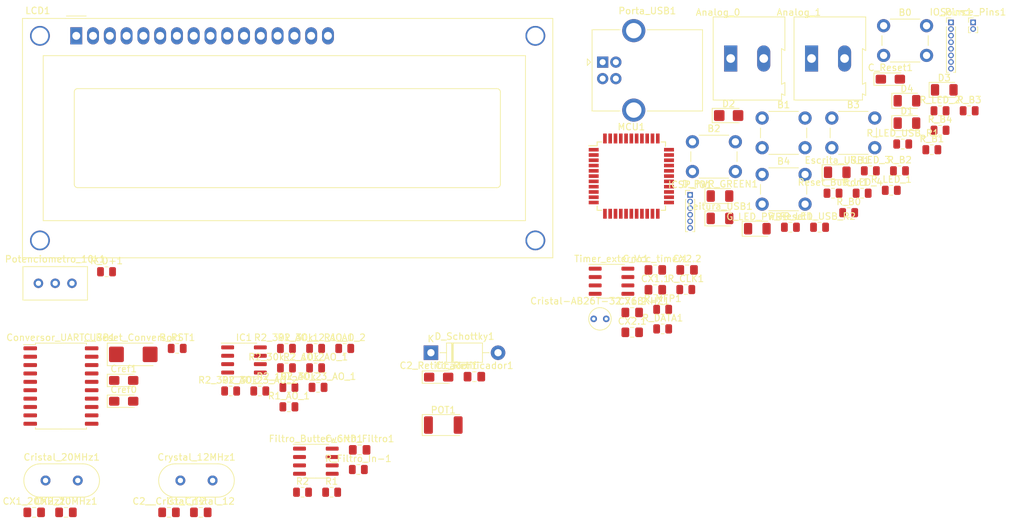
<source format=kicad_pcb>
(kicad_pcb (version 20171130) (host pcbnew "(5.1.9)-1")
  (layers (0 F.Cu signal) (31 B.Cu signal) (34 B.Paste user) (35 F.Paste user) (36 B.SilkS user) (37 F.SilkS user) (38 B.Mask user) (39 F.Mask user) (44 Edge.Cuts user))
  (net 0 "")
  (net 1 /LM358/V-_1)
  (net 2 /LM358/V+_1)
  (net 3 /LM358/V+_2)
  (net 4 /LM358/V-_2)
  (net 5 GNDREF)
  (net 6 /Analog_KB)
  (net 7 "Net-(B1-Pad1)")
  (net 8 "Net-(B2-Pad1)")
  (net 9 "Net-(B3-Pad1)")
  (net 10 "Net-(B4-Pad1)")
  (net 11 /Conversor_UART_USB/sheet60BE6300/X1)
  (net 12 "Net-(C1_Retificador1-Pad1)")
  (net 13 /Conversor_UART_USB/sheet60BE6300/X2)
  (net 14 Vcc_5v)
  (net 15 "Net-(C_GND_Filtro1-Pad1)")
  (net 16 /MCLR)
  (net 17 "Net-(C_Reset_Conversor1-Pad1)")
  (net 18 /USB_T_Led)
  (net 19 /USB_R_Led)
  (net 20 "Net-(Conversor_UART_USB1-Pad7)")
  (net 21 "Net-(Conversor_UART_USB1-Pad8)")
  (net 22 "Net-(Conversor_UART_USB1-Pad9)")
  (net 23 /PIC_Rx)
  (net 24 /RTS_Conversor)
  (net 25 /PIC_Tx)
  (net 26 /CTS_Conversor)
  (net 27 "Net-(Conversor_UART_USB1-Pad14)")
  (net 28 "Net-(Conversor_UART_USB1-Pad15)")
  (net 29 "Net-(Conversor_UART_USB1-Pad16)")
  (net 30 "Net-(Conversor_UART_USB1-Pad17)")
  (net 31 /USB_D-)
  (net 32 /USB_D+)
  (net 33 "Net-(CX1.1-Pad1)")
  (net 34 "Net-(CX2.1-Pad2)")
  (net 35 /X1_20MHx)
  (net 36 /X2_20MHz)
  (net 37 "Net-(D1-Pad2)")
  (net 38 "Net-(D2-Pad2)")
  (net 39 "Net-(D3-Pad2)")
  (net 40 "Net-(D4-Pad2)")
  (net 41 "Net-(D_PWR_GREEN1-Pad2)")
  (net 42 VCC)
  (net 43 "Net-(Escrita_USB1-Pad2)")
  (net 44 "Net-(Filtro_Butterworth1-Pad7)")
  (net 45 "Net-(Filtro_Butterworth1-Pad6)")
  (net 46 "Net-(Filtro_Butterworth1-Pad5)")
  (net 47 "Net-(Filtro_Butterworth1-Pad2)")
  (net 48 /PWM_Out)
  (net 49 /Analog_0)
  (net 50 "Net-(Ganho_AO_1-Pad5)")
  (net 51 "Net-(Ganho_AO_2-Pad5)")
  (net 52 /Analog_1)
  (net 53 /ICSP_RST)
  (net 54 /ICSP_Data)
  (net 55 /ICSP_Clk)
  (net 56 /ICSP_Enable)
  (net 57 /IO_00)
  (net 58 /IO_01)
  (net 59 /IO_02)
  (net 60 /IO_03)
  (net 61 /IO_04)
  (net 62 /IO_05)
  (net 63 /IO_06)
  (net 64 /IO_07)
  (net 65 "Net-(LCD1-Pad3)")
  (net 66 /LCD_RS)
  (net 67 /LCD_RW)
  (net 68 /LCD_ENABLE)
  (net 69 /LCD_B0)
  (net 70 /LCD_B1)
  (net 71 /LCD_B2)
  (net 72 /LCD_B3)
  (net 73 /LCD_B4)
  (net 74 /LCD_B5)
  (net 75 /LCD_B6)
  (net 76 /LCD_B7)
  (net 77 "Net-(LCD1-Pad15)")
  (net 78 "Net-(Leitura_USB1-Pad2)")
  (net 79 /Serial_Data)
  (net 80 /Serial_Clk)
  (net 81 /Interrupt_timer)
  (net 82 /Analog_2)
  (net 83 "Net-(MCU1-Pad34)")
  (net 84 /PWM)
  (net 85 VUSB_3.3v)
  (net 86 /Vbus_Externo)
  (net 87 "Net-(Porta_USB1-Pad5)")
  (net 88 "Net-(POT1-Pad1)")
  (net 89 "Net-(Ganho_AO_1-Pad2)")
  (net 90 "Net-(Ganho_AO_2-Pad2)")
  (net 91 "Net-(R2_30k_2_AO_1-Pad2)")
  (net 92 "Net-(Ganho_AO_1-Pad3)")
  (net 93 "Net-(R2_30k_2_AO_2-Pad2)")
  (net 94 "Net-(Ganho_AO_2-Pad3)")
  (net 95 "Net-(Ganho_AO_1-Pad4)")
  (net 96 "Net-(Ganho_AO_2-Pad4)")
  (net 97 /IO_00_LED_1)
  (net 98 /IO_01_LED_2)
  (net 99 /IO_02_LED_3)
  (net 100 /IO_03_LED_4)
  (module TerminalBlock:TerminalBlock_Altech_AK300-2_P5.00mm (layer F.Cu) (at 226.725001 -317.354999)
    (fp_text reference Analog_0 (at -1.92 -6.99) (layer F.SilkS))
    (fp_text value Screw_Terminal_01x02)
    (pad 1 thru_hole rect (at 0 0) (size 1.98 3.96) (drill 1.32) (layers *.Cu *.Mask) (net 1 /LM358/V-_1))
    (pad 2 thru_hole oval (at 5 0) (size 1.98 3.96) (drill 1.32) (layers *.Cu *.Mask) (net 2 /LM358/V+_1))
  )
  (module TerminalBlock:TerminalBlock_Altech_AK300-2_P5.00mm (layer F.Cu) (at 238.965001 -317.354999)
    (fp_text reference Analog_1 (at -1.92 -6.99) (layer F.SilkS))
    (fp_text value Screw_Terminal_01x02)
    (pad 2 thru_hole oval (at 5 0) (size 1.98 3.96) (drill 1.32) (layers *.Cu *.Mask) (net 3 /LM358/V+_2))
    (pad 1 thru_hole rect (at 0 0) (size 1.98 3.96) (drill 1.32) (layers *.Cu *.Mask) (net 4 /LM358/V-_2))
  )
  (module Button_Switch_THT:SW_PUSH_6mm (layer F.Cu) (at 249.875001 -322.324999)
    (fp_text reference B0 (at 3.25 -2) (layer F.SilkS))
    (fp_text value SW_Push)
    (pad 2 thru_hole circle (at 0 4.5 90) (size 2 2) (drill 1.1) (layers *.Cu *.Mask) (net 5 GNDREF))
    (pad 1 thru_hole circle (at 0 0 90) (size 2 2) (drill 1.1) (layers *.Cu *.Mask) (net 6 /Analog_KB))
    (pad 2 thru_hole circle (at 6.5 4.5 90) (size 2 2) (drill 1.1) (layers *.Cu *.Mask) (net 5 GNDREF))
    (pad 1 thru_hole circle (at 6.5 0 90) (size 2 2) (drill 1.1) (layers *.Cu *.Mask) (net 6 /Analog_KB))
  )
  (module Button_Switch_THT:SW_PUSH_6mm (layer F.Cu) (at 231.485001 -308.334999)
    (fp_text reference B1 (at 3.25 -2) (layer F.SilkS))
    (fp_text value SW_Push)
    (pad 1 thru_hole circle (at 6.5 0 90) (size 2 2) (drill 1.1) (layers *.Cu *.Mask) (net 7 "Net-(B1-Pad1)"))
    (pad 2 thru_hole circle (at 6.5 4.5 90) (size 2 2) (drill 1.1) (layers *.Cu *.Mask) (net 5 GNDREF))
    (pad 1 thru_hole circle (at 0 0 90) (size 2 2) (drill 1.1) (layers *.Cu *.Mask) (net 7 "Net-(B1-Pad1)"))
    (pad 2 thru_hole circle (at 0 4.5 90) (size 2 2) (drill 1.1) (layers *.Cu *.Mask) (net 5 GNDREF))
  )
  (module Button_Switch_THT:SW_PUSH_6mm (layer F.Cu) (at 220.935001 -304.734999)
    (fp_text reference B2 (at 3.25 -2) (layer F.SilkS))
    (fp_text value SW_Push)
    (pad 2 thru_hole circle (at 0 4.5 90) (size 2 2) (drill 1.1) (layers *.Cu *.Mask) (net 5 GNDREF))
    (pad 1 thru_hole circle (at 0 0 90) (size 2 2) (drill 1.1) (layers *.Cu *.Mask) (net 8 "Net-(B2-Pad1)"))
    (pad 2 thru_hole circle (at 6.5 4.5 90) (size 2 2) (drill 1.1) (layers *.Cu *.Mask) (net 5 GNDREF))
    (pad 1 thru_hole circle (at 6.5 0 90) (size 2 2) (drill 1.1) (layers *.Cu *.Mask) (net 8 "Net-(B2-Pad1)"))
  )
  (module Button_Switch_THT:SW_PUSH_6mm (layer F.Cu) (at 242.035001 -308.334999)
    (fp_text reference B3 (at 3.25 -2) (layer F.SilkS))
    (fp_text value SW_Push)
    (pad 1 thru_hole circle (at 6.5 0 90) (size 2 2) (drill 1.1) (layers *.Cu *.Mask) (net 9 "Net-(B3-Pad1)"))
    (pad 2 thru_hole circle (at 6.5 4.5 90) (size 2 2) (drill 1.1) (layers *.Cu *.Mask) (net 5 GNDREF))
    (pad 1 thru_hole circle (at 0 0 90) (size 2 2) (drill 1.1) (layers *.Cu *.Mask) (net 9 "Net-(B3-Pad1)"))
    (pad 2 thru_hole circle (at 0 4.5 90) (size 2 2) (drill 1.1) (layers *.Cu *.Mask) (net 5 GNDREF))
  )
  (module Button_Switch_THT:SW_PUSH_6mm (layer F.Cu) (at 231.485001 -299.784999)
    (fp_text reference B4 (at 3.25 -2) (layer F.SilkS))
    (fp_text value SW_Push)
    (pad 2 thru_hole circle (at 0 4.5 90) (size 2 2) (drill 1.1) (layers *.Cu *.Mask) (net 5 GNDREF))
    (pad 1 thru_hole circle (at 0 0 90) (size 2 2) (drill 1.1) (layers *.Cu *.Mask) (net 10 "Net-(B4-Pad1)"))
    (pad 2 thru_hole circle (at 6.5 4.5 90) (size 2 2) (drill 1.1) (layers *.Cu *.Mask) (net 5 GNDREF))
    (pad 1 thru_hole circle (at 6.5 0 90) (size 2 2) (drill 1.1) (layers *.Cu *.Mask) (net 10 "Net-(B4-Pad1)"))
  )
  (module Capacitor_SMD:C_0805_2012Metric_Pad1.18x1.45mm_HandSolder (layer F.Cu) (at 146.505001 -248.584999)
    (fp_text reference C1_Cristal_12 (at 0 -1.68) (layer F.SilkS))
    (fp_text value 22pF)
    (pad 2 smd roundrect (at 1.0375 0) (size 1.175 1.45) (layers F.Cu F.Paste F.Mask) (roundrect_rratio 0.212766) (net 5 GNDREF))
    (pad 1 smd roundrect (at -1.0375 0) (size 1.175 1.45) (layers F.Cu F.Paste F.Mask) (roundrect_rratio 0.212766) (net 11 /Conversor_UART_USB/sheet60BE6300/X1))
  )
  (module Capacitor_SMD:C_0805_2012Metric_Pad1.18x1.45mm_HandSolder (layer F.Cu) (at 187.925001 -269.144999)
    (fp_text reference C1_Retificador1 (at 0 -1.68) (layer F.SilkS))
    (fp_text value 100n)
    (pad 1 smd roundrect (at -1.0375 0) (size 1.175 1.45) (layers F.Cu F.Paste F.Mask) (roundrect_rratio 0.212766) (net 12 "Net-(C1_Retificador1-Pad1)"))
    (pad 2 smd roundrect (at 1.0375 0) (size 1.175 1.45) (layers F.Cu F.Paste F.Mask) (roundrect_rratio 0.212766) (net 5 GNDREF))
  )
  (module Capacitor_SMD:C_0805_2012Metric_Pad1.18x1.45mm_HandSolder (layer F.Cu) (at 141.695001 -248.584999)
    (fp_text reference C2__Cristal_12 (at 0 -1.68) (layer F.SilkS))
    (fp_text value 22pF)
    (pad 1 smd roundrect (at -1.0375 0) (size 1.175 1.45) (layers F.Cu F.Paste F.Mask) (roundrect_rratio 0.212766) (net 13 /Conversor_UART_USB/sheet60BE6300/X2))
    (pad 2 smd roundrect (at 1.0375 0) (size 1.175 1.45) (layers F.Cu F.Paste F.Mask) (roundrect_rratio 0.212766) (net 5 GNDREF))
  )
  (module Capacitor_Tantalum_SMD:CP_EIA-3216-18_Kemet-A_Pad1.58x1.35mm_HandSolder (layer F.Cu) (at 182.515001 -269.074999)
    (fp_text reference C2_Retificador1 (at 0 -1.75) (layer F.SilkS))
    (fp_text value 10u)
    (pad 1 smd roundrect (at -1.4375 0) (size 1.575 1.35) (layers F.Cu F.Paste F.Mask) (roundrect_rratio 0.185185) (net 14 Vcc_5v))
    (pad 2 smd roundrect (at 1.4375 0) (size 1.575 1.35) (layers F.Cu F.Paste F.Mask) (roundrect_rratio 0.185185) (net 5 GNDREF))
  )
  (module Capacitor_SMD:C_0805_2012Metric_Pad1.18x1.45mm_HandSolder (layer F.Cu) (at 170.555001 -258.054999)
    (fp_text reference C_GND_Filtro1 (at 0 -1.68) (layer F.SilkS))
    (fp_text value 10nF)
    (pad 1 smd roundrect (at -1.0375 0) (size 1.175 1.45) (layers F.Cu F.Paste F.Mask) (roundrect_rratio 0.212766) (net 15 "Net-(C_GND_Filtro1-Pad1)"))
    (pad 2 smd roundrect (at 1.0375 0) (size 1.175 1.45) (layers F.Cu F.Paste F.Mask) (roundrect_rratio 0.212766) (net 5 GNDREF))
  )
  (module Capacitor_Tantalum_SMD:CP_EIA-3216-18_Kemet-A_Pad1.58x1.35mm_HandSolder (layer F.Cu) (at 250.895001 -314.224999)
    (fp_text reference C_Reset1 (at 0 -1.75) (layer F.SilkS))
    (fp_text value 10uF)
    (pad 2 smd roundrect (at 1.4375 0) (size 1.575 1.35) (layers F.Cu F.Paste F.Mask) (roundrect_rratio 0.185185) (net 5 GNDREF))
    (pad 1 smd roundrect (at -1.4375 0) (size 1.575 1.35) (layers F.Cu F.Paste F.Mask) (roundrect_rratio 0.185185) (net 16 /MCLR))
  )
  (module Capacitor_Tantalum_SMD:CP_EIA-6032-28_Kemet-C_Pad2.25x2.35mm_HandSolder (layer F.Cu) (at 136.285001 -272.524999)
    (fp_text reference C_Reset_Conversor1 (at 0 -2.55) (layer F.SilkS))
    (fp_text value 1uF)
    (pad 1 smd roundrect (at -2.55 0) (size 2.25 2.35) (layers F.Cu F.Paste F.Mask) (roundrect_rratio 0.111111) (net 17 "Net-(C_Reset_Conversor1-Pad1)"))
    (pad 2 smd roundrect (at 2.55 0) (size 2.25 2.35) (layers F.Cu F.Paste F.Mask) (roundrect_rratio 0.111111) (net 5 GNDREF))
  )
  (module Capacitor_SMD:C_0805_2012Metric_Pad1.18x1.45mm_HandSolder (layer F.Cu) (at 215.315001 -285.324999)
    (fp_text reference C_Vcc_timer1 (at 0 -1.68) (layer F.SilkS))
    (fp_text value 100n)
    (pad 2 smd roundrect (at 1.0375 0) (size 1.175 1.45) (layers F.Cu F.Paste F.Mask) (roundrect_rratio 0.212766) (net 14 Vcc_5v))
    (pad 1 smd roundrect (at -1.0375 0) (size 1.175 1.45) (layers F.Cu F.Paste F.Mask) (roundrect_rratio 0.212766) (net 5 GNDREF))
  )
  (module Package_SO:SOIC-20W_7.5x12.8mm_P1.27mm (layer F.Cu) (at 125.335001 -267.724999)
    (fp_text reference Conversor_UART_USB1 (at 0 -7.35) (layer F.SilkS))
    (fp_text value MCP2200-I-SO)
    (pad 1 smd roundrect (at -4.65 -5.715) (size 2.05 0.6) (layers F.Cu F.Paste F.Mask) (net 14 Vcc_5v))
    (pad 2 smd roundrect (at -4.65 -4.445) (size 2.05 0.6) (layers F.Cu F.Paste F.Mask) (net 11 /Conversor_UART_USB/sheet60BE6300/X1))
    (pad 3 smd roundrect (at -4.65 -3.175) (size 2.05 0.6) (layers F.Cu F.Paste F.Mask) (net 13 /Conversor_UART_USB/sheet60BE6300/X2))
    (pad 4 smd roundrect (at -4.65 -1.905) (size 2.05 0.6) (layers F.Cu F.Paste F.Mask) (net 17 "Net-(C_Reset_Conversor1-Pad1)"))
    (pad 5 smd roundrect (at -4.65 -0.635) (size 2.05 0.6) (layers F.Cu F.Paste F.Mask) (net 18 /USB_T_Led))
    (pad 6 smd roundrect (at -4.65 0.635) (size 2.05 0.6) (layers F.Cu F.Paste F.Mask) (net 19 /USB_R_Led))
    (pad 7 smd roundrect (at -4.65 1.905) (size 2.05 0.6) (layers F.Cu F.Paste F.Mask) (net 20 "Net-(Conversor_UART_USB1-Pad7)"))
    (pad 8 smd roundrect (at -4.65 3.175) (size 2.05 0.6) (layers F.Cu F.Paste F.Mask) (net 21 "Net-(Conversor_UART_USB1-Pad8)"))
    (pad 9 smd roundrect (at -4.65 4.445) (size 2.05 0.6) (layers F.Cu F.Paste F.Mask) (net 22 "Net-(Conversor_UART_USB1-Pad9)"))
    (pad 10 smd roundrect (at -4.65 5.715) (size 2.05 0.6) (layers F.Cu F.Paste F.Mask) (net 23 /PIC_Rx))
    (pad 11 smd roundrect (at 4.65 5.715) (size 2.05 0.6) (layers F.Cu F.Paste F.Mask) (net 24 /RTS_Conversor))
    (pad 12 smd roundrect (at 4.65 4.445) (size 2.05 0.6) (layers F.Cu F.Paste F.Mask) (net 25 /PIC_Tx))
    (pad 13 smd roundrect (at 4.65 3.175) (size 2.05 0.6) (layers F.Cu F.Paste F.Mask) (net 26 /CTS_Conversor))
    (pad 14 smd roundrect (at 4.65 1.905) (size 2.05 0.6) (layers F.Cu F.Paste F.Mask) (net 27 "Net-(Conversor_UART_USB1-Pad14)"))
    (pad 15 smd roundrect (at 4.65 0.635) (size 2.05 0.6) (layers F.Cu F.Paste F.Mask) (net 28 "Net-(Conversor_UART_USB1-Pad15)"))
    (pad 16 smd roundrect (at 4.65 -0.635) (size 2.05 0.6) (layers F.Cu F.Paste F.Mask) (net 29 "Net-(Conversor_UART_USB1-Pad16)"))
    (pad 17 smd roundrect (at 4.65 -1.905) (size 2.05 0.6) (layers F.Cu F.Paste F.Mask) (net 30 "Net-(Conversor_UART_USB1-Pad17)"))
    (pad 18 smd roundrect (at 4.65 -3.175) (size 2.05 0.6) (layers F.Cu F.Paste F.Mask) (net 31 /USB_D-))
    (pad 19 smd roundrect (at 4.65 -4.445) (size 2.05 0.6) (layers F.Cu F.Paste F.Mask) (net 32 /USB_D+))
    (pad 20 smd roundrect (at 4.65 -5.715) (size 2.05 0.6) (layers F.Cu F.Paste F.Mask) (net 5 GNDREF))
  )
  (module Capacitor_Tantalum_SMD:CP_EIA-3216-18_Kemet-A_Pad1.58x1.35mm_HandSolder (layer F.Cu) (at 134.835001 -265.424999)
    (fp_text reference Cref0 (at 0 -1.75) (layer F.SilkS))
    (fp_text value 10uF)
    (pad 2 smd roundrect (at 1.4375 0) (size 1.575 1.35) (layers F.Cu F.Paste F.Mask) (roundrect_rratio 0.185185) (net 30 "Net-(Conversor_UART_USB1-Pad17)"))
    (pad 1 smd roundrect (at -1.4375 0) (size 1.575 1.35) (layers F.Cu F.Paste F.Mask) (roundrect_rratio 0.185185) (net 5 GNDREF))
  )
  (module Capacitor_Tantalum_SMD:CP_EIA-3216-18_Kemet-A_Pad1.58x1.35mm_HandSolder (layer F.Cu) (at 134.835001 -268.574999)
    (fp_text reference Cref1 (at 0 -1.75) (layer F.SilkS))
    (fp_text value 10uF)
    (pad 1 smd roundrect (at -1.4375 0) (size 1.575 1.35) (layers F.Cu F.Paste F.Mask) (roundrect_rratio 0.185185) (net 5 GNDREF))
    (pad 2 smd roundrect (at 1.4375 0) (size 1.575 1.35) (layers F.Cu F.Paste F.Mask) (roundrect_rratio 0.185185) (net 30 "Net-(Conversor_UART_USB1-Pad17)"))
  )
  (module Crystal:Crystal_Round_D3.0mm_Vertical (layer F.Cu) (at 205.985001 -277.904999)
    (fp_text reference Cristal-AB26T-32.768KHZ1 (at 0.95 -2.7) (layer F.SilkS))
    (fp_text value 32.768kHz)
    (pad 1 thru_hole circle (at 0 0) (size 1 1) (drill 0.5) (layers *.Cu *.Mask) (net 33 "Net-(CX1.1-Pad1)"))
    (pad 2 thru_hole circle (at 1.9 0) (size 1 1) (drill 0.5) (layers *.Cu *.Mask) (net 34 "Net-(CX2.1-Pad2)"))
  )
  (module Crystal:Crystal_HC49-4H_Vertical (layer F.Cu) (at 123.005001 -253.414999)
    (fp_text reference Cristal_20MHz1 (at 2.44 -3.525) (layer F.SilkS))
    (fp_text value 20MHz)
    (pad 1 thru_hole circle (at 0 0) (size 1.5 1.5) (drill 0.8) (layers *.Cu *.Mask) (net 35 /X1_20MHx))
    (pad 2 thru_hole circle (at 4.88 0) (size 1.5 1.5) (drill 0.8) (layers *.Cu *.Mask) (net 36 /X2_20MHz))
  )
  (module Crystal:Crystal_HC49-4H_Vertical (layer F.Cu) (at 143.415001 -253.414999)
    (fp_text reference Crystal_12MHz1 (at 2.44 -3.525) (layer F.SilkS))
    (fp_text value 12MHz)
    (pad 2 thru_hole circle (at 4.88 0) (size 1.5 1.5) (drill 0.8) (layers *.Cu *.Mask) (net 13 /Conversor_UART_USB/sheet60BE6300/X2))
    (pad 1 thru_hole circle (at 0 0) (size 1.5 1.5) (drill 0.8) (layers *.Cu *.Mask) (net 11 /Conversor_UART_USB/sheet60BE6300/X1))
  )
  (module Capacitor_SMD:C_0805_2012Metric_Pad1.18x1.45mm_HandSolder (layer F.Cu) (at 211.815001 -278.874999)
    (fp_text reference CX1.2 (at 0 -1.68) (layer F.SilkS))
    (fp_text value 15pF)
    (pad 1 smd roundrect (at -1.0375 0) (size 1.175 1.45) (layers F.Cu F.Paste F.Mask) (roundrect_rratio 0.212766) (net 33 "Net-(CX1.1-Pad1)"))
    (pad 2 smd roundrect (at 1.0375 0) (size 1.175 1.45) (layers F.Cu F.Paste F.Mask) (roundrect_rratio 0.212766) (net 5 GNDREF))
  )
  (module Capacitor_SMD:C_0805_2012Metric_Pad1.18x1.45mm_HandSolder (layer F.Cu) (at 215.315001 -282.314999)
    (fp_text reference CX1.1 (at 0 -1.68) (layer F.SilkS))
    (fp_text value 10pF)
    (pad 2 smd roundrect (at 1.0375 0) (size 1.175 1.45) (layers F.Cu F.Paste F.Mask) (roundrect_rratio 0.212766) (net 5 GNDREF))
    (pad 1 smd roundrect (at -1.0375 0) (size 1.175 1.45) (layers F.Cu F.Paste F.Mask) (roundrect_rratio 0.212766) (net 33 "Net-(CX1.1-Pad1)"))
  )
  (module Capacitor_SMD:C_0805_2012Metric_Pad1.18x1.45mm_HandSolder (layer F.Cu) (at 220.125001 -285.324999)
    (fp_text reference CX2.2 (at 0 -1.68) (layer F.SilkS))
    (fp_text value 15pF)
    (pad 2 smd roundrect (at 1.0375 0) (size 1.175 1.45) (layers F.Cu F.Paste F.Mask) (roundrect_rratio 0.212766) (net 5 GNDREF))
    (pad 1 smd roundrect (at -1.0375 0) (size 1.175 1.45) (layers F.Cu F.Paste F.Mask) (roundrect_rratio 0.212766) (net 34 "Net-(CX2.1-Pad2)"))
  )
  (module Capacitor_SMD:C_0805_2012Metric_Pad1.18x1.45mm_HandSolder (layer F.Cu) (at 211.815001 -275.864999)
    (fp_text reference CX2.1 (at 0 -1.68) (layer F.SilkS))
    (fp_text value 10pF)
    (pad 1 smd roundrect (at -1.0375 0) (size 1.175 1.45) (layers F.Cu F.Paste F.Mask) (roundrect_rratio 0.212766) (net 5 GNDREF))
    (pad 2 smd roundrect (at 1.0375 0) (size 1.175 1.45) (layers F.Cu F.Paste F.Mask) (roundrect_rratio 0.212766) (net 34 "Net-(CX2.1-Pad2)"))
  )
  (module Capacitor_SMD:C_0805_2012Metric_Pad1.18x1.45mm_HandSolder (layer F.Cu) (at 121.285001 -248.584999)
    (fp_text reference CX1_20MHz1 (at 0 -1.68) (layer F.SilkS))
    (fp_text value 15pF)
    (pad 2 smd roundrect (at 1.0375 0) (size 1.175 1.45) (layers F.Cu F.Paste F.Mask) (roundrect_rratio 0.212766) (net 35 /X1_20MHx))
    (pad 1 smd roundrect (at -1.0375 0) (size 1.175 1.45) (layers F.Cu F.Paste F.Mask) (roundrect_rratio 0.212766) (net 5 GNDREF))
  )
  (module Capacitor_SMD:C_0805_2012Metric_Pad1.18x1.45mm_HandSolder (layer F.Cu) (at 126.095001 -248.584999)
    (fp_text reference CX2_20MHz1 (at 0 -1.68) (layer F.SilkS))
    (fp_text value 15pF)
    (pad 1 smd roundrect (at -1.0375 0) (size 1.175 1.45) (layers F.Cu F.Paste F.Mask) (roundrect_rratio 0.212766) (net 5 GNDREF))
    (pad 2 smd roundrect (at 1.0375 0) (size 1.175 1.45) (layers F.Cu F.Paste F.Mask) (roundrect_rratio 0.212766) (net 36 /X2_20MHz))
  )
  (module LED_SMD:LED_1206_3216Metric (layer F.Cu) (at 253.405001 -307.564999)
    (fp_text reference D1 (at 0 -1.82) (layer F.SilkS))
    (fp_text value LED)
    (pad 1 smd roundrect (at -1.4 0) (size 1.25 1.75) (layers F.Cu F.Paste F.Mask) (roundrect_rratio 0.2) (net 5 GNDREF))
    (pad 2 smd roundrect (at 1.4 0) (size 1.25 1.75) (layers F.Cu F.Paste F.Mask) (roundrect_rratio 0.2) (net 37 "Net-(D1-Pad2)"))
  )
  (module LED_SMD:LED_1206_3216Metric_Castellated (layer F.Cu) (at 226.415001 -308.714999)
    (fp_text reference D2 (at 0 -1.78) (layer F.SilkS))
    (fp_text value LED)
    (pad 1 smd roundrect (at -1.425 0) (size 1.6 1.65) (layers F.Cu F.Paste F.Mask) (roundrect_rratio 0.15625) (net 5 GNDREF))
    (pad 2 smd roundrect (at 1.425 0) (size 1.6 1.65) (layers F.Cu F.Paste F.Mask) (roundrect_rratio 0.15625) (net 38 "Net-(D2-Pad2)"))
  )
  (module LED_SMD:LED_1206_3216Metric (layer F.Cu) (at 259.055001 -312.604999)
    (fp_text reference D3 (at 0 -1.82) (layer F.SilkS))
    (fp_text value LED)
    (pad 1 smd roundrect (at -1.4 0) (size 1.25 1.75) (layers F.Cu F.Paste F.Mask) (roundrect_rratio 0.2) (net 5 GNDREF))
    (pad 2 smd roundrect (at 1.4 0) (size 1.25 1.75) (layers F.Cu F.Paste F.Mask) (roundrect_rratio 0.2) (net 39 "Net-(D3-Pad2)"))
  )
  (module LED_SMD:LED_1206_3216Metric (layer F.Cu) (at 253.405001 -310.954999)
    (fp_text reference D4 (at 0 -1.82) (layer F.SilkS))
    (fp_text value LED)
    (pad 2 smd roundrect (at 1.4 0) (size 1.25 1.75) (layers F.Cu F.Paste F.Mask) (roundrect_rratio 0.2) (net 40 "Net-(D4-Pad2)"))
    (pad 1 smd roundrect (at -1.4 0) (size 1.25 1.75) (layers F.Cu F.Paste F.Mask) (roundrect_rratio 0.2) (net 5 GNDREF))
  )
  (module LED_SMD:LED_1206_3216Metric (layer F.Cu) (at 225.105001 -296.514999)
    (fp_text reference D_PWR_GREEN1 (at 0 -1.82) (layer F.SilkS))
    (fp_text value G_LED)
    (pad 1 smd roundrect (at -1.4 0) (size 1.25 1.75) (layers F.Cu F.Paste F.Mask) (roundrect_rratio 0.2) (net 5 GNDREF))
    (pad 2 smd roundrect (at 1.4 0) (size 1.25 1.75) (layers F.Cu F.Paste F.Mask) (roundrect_rratio 0.2) (net 41 "Net-(D_PWR_GREEN1-Pad2)"))
  )
  (module Diode_THT:D_DO-41_SOD81_P10.16mm_Horizontal (layer F.Cu) (at 181.345001 -272.774999)
    (fp_text reference D_Schottky1 (at 5.08 -2.47) (layer F.SilkS))
    (fp_text value 1N5819)
    (fp_text user K (at 0 -2.1) (layer F.SilkS))
    (pad 1 thru_hole rect (at 0 0) (size 2.2 2.2) (drill 1.1) (layers *.Cu *.Mask) (net 12 "Net-(C1_Retificador1-Pad1)"))
    (pad 2 thru_hole oval (at 10.16 0) (size 2.2 2.2) (drill 1.1) (layers *.Cu *.Mask) (net 42 VCC))
  )
  (module LED_SMD:LED_1206_3216Metric (layer F.Cu) (at 242.855001 -300.114999)
    (fp_text reference Escrita_USB1 (at 0 -1.82) (layer F.SilkS))
    (fp_text value LED)
    (pad 2 smd roundrect (at 1.4 0) (size 1.25 1.75) (layers F.Cu F.Paste F.Mask) (roundrect_rratio 0.2) (net 43 "Net-(Escrita_USB1-Pad2)"))
    (pad 1 smd roundrect (at -1.4 0) (size 1.25 1.75) (layers F.Cu F.Paste F.Mask) (roundrect_rratio 0.2) (net 5 GNDREF))
  )
  (module Package_SO:SOIC-8_3.9x4.9mm_P1.27mm (layer F.Cu) (at 163.925001 -256.334999)
    (fp_text reference Filtro_Butterworth1 (at 0 -3.4) (layer F.SilkS))
    (fp_text value LM358)
    (pad 8 smd roundrect (at 2.475 -1.905) (size 1.95 0.6) (layers F.Cu F.Paste F.Mask) (net 14 Vcc_5v))
    (pad 7 smd roundrect (at 2.475 -0.635) (size 1.95 0.6) (layers F.Cu F.Paste F.Mask) (net 44 "Net-(Filtro_Butterworth1-Pad7)"))
    (pad 6 smd roundrect (at 2.475 0.635) (size 1.95 0.6) (layers F.Cu F.Paste F.Mask) (net 45 "Net-(Filtro_Butterworth1-Pad6)"))
    (pad 5 smd roundrect (at 2.475 1.905) (size 1.95 0.6) (layers F.Cu F.Paste F.Mask) (net 46 "Net-(Filtro_Butterworth1-Pad5)"))
    (pad 4 smd roundrect (at -2.475 1.905) (size 1.95 0.6) (layers F.Cu F.Paste F.Mask) (net 5 GNDREF))
    (pad 3 smd roundrect (at -2.475 0.635) (size 1.95 0.6) (layers F.Cu F.Paste F.Mask) (net 15 "Net-(C_GND_Filtro1-Pad1)"))
    (pad 2 smd roundrect (at -2.475 -0.635) (size 1.95 0.6) (layers F.Cu F.Paste F.Mask) (net 47 "Net-(Filtro_Butterworth1-Pad2)"))
    (pad 1 smd roundrect (at -2.475 -1.905) (size 1.95 0.6) (layers F.Cu F.Paste F.Mask) (net 48 /PWM_Out))
  )
  (module LED_SMD:LED_1206_3216Metric (layer F.Cu) (at 230.755001 -291.564999)
    (fp_text reference G_LED_PWR1 (at 0 -1.82) (layer F.SilkS))
    (fp_text value 200)
    (pad 2 smd roundrect (at 1.4 0) (size 1.25 1.75) (layers F.Cu F.Paste F.Mask) (roundrect_rratio 0.2) (net 14 Vcc_5v))
    (pad 1 smd roundrect (at -1.4 0) (size 1.25 1.75) (layers F.Cu F.Paste F.Mask) (roundrect_rratio 0.2) (net 41 "Net-(D_PWR_GREEN1-Pad2)"))
  )
  (module Package_SO:SOIC-8_3.9x4.9mm_P1.27mm (layer F.Cu) (at 153.045001 -271.674999)
    (fp_text reference IC1 (at 0 -3.4) (layer F.SilkS))
    (fp_text value LM358)
    (pad 1 smd roundrect (at -2.475 -1.905) (size 1.95 0.6) (layers F.Cu F.Paste F.Mask) (net 49 /Analog_0))
    (pad 2 smd roundrect (at -2.475 -0.635) (size 1.95 0.6) (layers F.Cu F.Paste F.Mask) (net 50 "Net-(Ganho_AO_1-Pad5)"))
    (pad 3 smd roundrect (at -2.475 0.635) (size 1.95 0.6) (layers F.Cu F.Paste F.Mask) (net 2 /LM358/V+_1))
    (pad 4 smd roundrect (at -2.475 1.905) (size 1.95 0.6) (layers F.Cu F.Paste F.Mask) (net 5 GNDREF))
    (pad 5 smd roundrect (at 2.475 1.905) (size 1.95 0.6) (layers F.Cu F.Paste F.Mask) (net 3 /LM358/V+_2))
    (pad 6 smd roundrect (at 2.475 0.635) (size 1.95 0.6) (layers F.Cu F.Paste F.Mask) (net 51 "Net-(Ganho_AO_2-Pad5)"))
    (pad 7 smd roundrect (at 2.475 -0.635) (size 1.95 0.6) (layers F.Cu F.Paste F.Mask) (net 52 /Analog_1))
    (pad 8 smd roundrect (at 2.475 -1.905) (size 1.95 0.6) (layers F.Cu F.Paste F.Mask) (net 14 Vcc_5v))
  )
  (module Connector_PinHeader_1.00mm:PinHeader_1x06_P1.00mm_Vertical (layer F.Cu) (at 220.585001 -296.684999)
    (fp_text reference ICSP_IO1 (at 0 -1.56) (layer F.SilkS))
    (fp_text value Conn_01x06_Male)
    (pad 1 thru_hole rect (at 0 0) (size 0.85 0.85) (drill 0.5) (layers *.Cu *.Mask) (net 53 /ICSP_RST))
    (pad 2 thru_hole oval (at 0 1) (size 0.85 0.85) (drill 0.5) (layers *.Cu *.Mask) (net 14 Vcc_5v))
    (pad 3 thru_hole oval (at 0 2) (size 0.85 0.85) (drill 0.5) (layers *.Cu *.Mask) (net 5 GNDREF))
    (pad 4 thru_hole oval (at 0 3) (size 0.85 0.85) (drill 0.5) (layers *.Cu *.Mask) (net 54 /ICSP_Data))
    (pad 5 thru_hole oval (at 0 4) (size 0.85 0.85) (drill 0.5) (layers *.Cu *.Mask) (net 55 /ICSP_Clk))
    (pad 6 thru_hole oval (at 0 5) (size 0.85 0.85) (drill 0.5) (layers *.Cu *.Mask) (net 56 /ICSP_Enable))
  )
  (module Connector_PinHeader_1.00mm:PinHeader_1x08_P1.00mm_Vertical (layer F.Cu) (at 260.075001 -322.824999)
    (fp_text reference IO_Pins1 (at 0 -1.56) (layer F.SilkS))
    (fp_text value Conn_01x08_Female)
    (pad 1 thru_hole rect (at 0 0) (size 0.85 0.85) (drill 0.5) (layers *.Cu *.Mask) (net 57 /IO_00))
    (pad 2 thru_hole oval (at 0 1) (size 0.85 0.85) (drill 0.5) (layers *.Cu *.Mask) (net 58 /IO_01))
    (pad 3 thru_hole oval (at 0 2) (size 0.85 0.85) (drill 0.5) (layers *.Cu *.Mask) (net 59 /IO_02))
    (pad 4 thru_hole oval (at 0 3) (size 0.85 0.85) (drill 0.5) (layers *.Cu *.Mask) (net 60 /IO_03))
    (pad 5 thru_hole oval (at 0 4) (size 0.85 0.85) (drill 0.5) (layers *.Cu *.Mask) (net 61 /IO_04))
    (pad 6 thru_hole oval (at 0 5) (size 0.85 0.85) (drill 0.5) (layers *.Cu *.Mask) (net 62 /IO_05))
    (pad 7 thru_hole oval (at 0 6) (size 0.85 0.85) (drill 0.5) (layers *.Cu *.Mask) (net 63 /IO_06))
    (pad 8 thru_hole oval (at 0 7) (size 0.85 0.85) (drill 0.5) (layers *.Cu *.Mask) (net 64 /IO_07))
  )
  (module Display:WC1602A (layer F.Cu) (at 127.655001 -320.789999)
    (fp_text reference LCD1 (at -5.82 -3.81) (layer F.SilkS))
    (fp_text value RC1602A)
    (pad 1 thru_hole rect (at 0 0) (size 1.8 2.6) (drill 1.2) (layers *.Cu *.Mask) (net 5 GNDREF))
    (pad 2 thru_hole oval (at 2.54 0) (size 1.8 2.6) (drill 1.2) (layers *.Cu *.Mask) (net 14 Vcc_5v))
    (pad 3 thru_hole oval (at 5.08 0) (size 1.8 2.6) (drill 1.2) (layers *.Cu *.Mask) (net 65 "Net-(LCD1-Pad3)"))
    (pad 4 thru_hole oval (at 7.62 0) (size 1.8 2.6) (drill 1.2) (layers *.Cu *.Mask) (net 66 /LCD_RS))
    (pad 5 thru_hole oval (at 10.16 0) (size 1.8 2.6) (drill 1.2) (layers *.Cu *.Mask) (net 67 /LCD_RW))
    (pad 6 thru_hole oval (at 12.7 0) (size 1.8 2.6) (drill 1.2) (layers *.Cu *.Mask) (net 68 /LCD_ENABLE))
    (pad 7 thru_hole oval (at 15.24 0) (size 1.8 2.6) (drill 1.2) (layers *.Cu *.Mask) (net 69 /LCD_B0))
    (pad 8 thru_hole oval (at 17.78 0) (size 1.8 2.6) (drill 1.2) (layers *.Cu *.Mask) (net 70 /LCD_B1))
    (pad 9 thru_hole oval (at 20.32 0) (size 1.8 2.6) (drill 1.2) (layers *.Cu *.Mask) (net 71 /LCD_B2))
    (pad 10 thru_hole oval (at 22.86 0) (size 1.8 2.6) (drill 1.2) (layers *.Cu *.Mask) (net 72 /LCD_B3))
    (pad 11 thru_hole oval (at 25.4 0) (size 1.8 2.6) (drill 1.2) (layers *.Cu *.Mask) (net 73 /LCD_B4))
    (pad 12 thru_hole oval (at 27.94 0) (size 1.8 2.6) (drill 1.2) (layers *.Cu *.Mask) (net 74 /LCD_B5))
    (pad 13 thru_hole oval (at 30.48 0) (size 1.8 2.6) (drill 1.2) (layers *.Cu *.Mask) (net 75 /LCD_B6))
    (pad 14 thru_hole oval (at 33.02 0) (size 1.8 2.6) (drill 1.2) (layers *.Cu *.Mask) (net 76 /LCD_B7))
    (pad 15 thru_hole oval (at 35.56 0) (size 1.8 2.6) (drill 1.2) (layers *.Cu *.Mask) (net 77 "Net-(LCD1-Pad15)"))
    (pad 16 thru_hole oval (at 38.1 0) (size 1.8 2.6) (drill 1.2) (layers *.Cu *.Mask) (net 5 GNDREF))
    (pad "" thru_hole circle (at -5.4991 0) (size 3 3) (drill 2.5) (layers *.Cu *.Mask))
    (pad "" thru_hole circle (at -5.4991 31.0007) (size 3 3) (drill 2.5) (layers *.Cu *.Mask))
    (pad "" thru_hole circle (at 69.49948 31.0007) (size 3 3) (drill 2.5) (layers *.Cu *.Mask))
    (pad "" thru_hole circle (at 69.5 0) (size 3 3) (drill 2.5) (layers *.Cu *.Mask))
  )
  (module LED_SMD:LED_1206_3216Metric (layer F.Cu) (at 225.105001 -293.124999)
    (fp_text reference Leitura_USB1 (at 0 -1.82) (layer F.SilkS))
    (fp_text value LED)
    (pad 1 smd roundrect (at -1.4 0) (size 1.25 1.75) (layers F.Cu F.Paste F.Mask) (roundrect_rratio 0.2) (net 5 GNDREF))
    (pad 2 smd roundrect (at 1.4 0) (size 1.25 1.75) (layers F.Cu F.Paste F.Mask) (roundrect_rratio 0.2) (net 78 "Net-(Leitura_USB1-Pad2)"))
  )
  (module Package_QFP:TQFP-44_10x10mm_P0.8mm (layer F.Cu) (at 211.685001 -299.534999)
    (fp_text reference MCU1 (at 0 -7.45) (layer F.SilkS))
    (fp_text value PIC18F4550-IPT)
    (pad 1 smd rect (at -5.7 -4) (size 1.5 0.55) (layers F.Cu F.Paste F.Mask) (net 23 /PIC_Rx))
    (pad 2 smd rect (at -5.7 -3.2) (size 1.5 0.55) (layers F.Cu F.Paste F.Mask) (net 73 /LCD_B4))
    (pad 3 smd rect (at -5.7 -2.4) (size 1.5 0.55) (layers F.Cu F.Paste F.Mask) (net 74 /LCD_B5))
    (pad 4 smd rect (at -5.7 -1.6) (size 1.5 0.55) (layers F.Cu F.Paste F.Mask) (net 75 /LCD_B6))
    (pad 5 smd rect (at -5.7 -0.8) (size 1.5 0.55) (layers F.Cu F.Paste F.Mask) (net 76 /LCD_B7))
    (pad 6 smd rect (at -5.7 0) (size 1.5 0.55) (layers F.Cu F.Paste F.Mask) (net 5 GNDREF))
    (pad 7 smd rect (at -5.7 0.8) (size 1.5 0.55) (layers F.Cu F.Paste F.Mask) (net 14 Vcc_5v))
    (pad 8 smd rect (at -5.7 1.6) (size 1.5 0.55) (layers F.Cu F.Paste F.Mask) (net 79 /Serial_Data))
    (pad 9 smd rect (at -5.7 2.4) (size 1.5 0.55) (layers F.Cu F.Paste F.Mask) (net 80 /Serial_Clk))
    (pad 10 smd rect (at -5.7 3.2) (size 1.5 0.55) (layers F.Cu F.Paste F.Mask) (net 81 /Interrupt_timer))
    (pad 11 smd rect (at -5.7 4) (size 1.5 0.55) (layers F.Cu F.Paste F.Mask) (net 24 /RTS_Conversor))
    (pad 12 smd rect (at -4 5.7 90) (size 1.5 0.55) (layers F.Cu F.Paste F.Mask) (net 55 /ICSP_Clk))
    (pad 13 smd rect (at -3.2 5.7 90) (size 1.5 0.55) (layers F.Cu F.Paste F.Mask) (net 54 /ICSP_Data))
    (pad 14 smd rect (at -2.4 5.7 90) (size 1.5 0.55) (layers F.Cu F.Paste F.Mask) (net 60 /IO_03))
    (pad 15 smd rect (at -1.6 5.7 90) (size 1.5 0.55) (layers F.Cu F.Paste F.Mask) (net 56 /ICSP_Enable))
    (pad 16 smd rect (at -0.8 5.7 90) (size 1.5 0.55) (layers F.Cu F.Paste F.Mask) (net 61 /IO_04))
    (pad 17 smd rect (at 0 5.7 90) (size 1.5 0.55) (layers F.Cu F.Paste F.Mask) (net 62 /IO_05))
    (pad 18 smd rect (at 0.8 5.7 90) (size 1.5 0.55) (layers F.Cu F.Paste F.Mask) (net 16 /MCLR))
    (pad 19 smd rect (at 1.6 5.7 90) (size 1.5 0.55) (layers F.Cu F.Paste F.Mask) (net 49 /Analog_0))
    (pad 20 smd rect (at 2.4 5.7 90) (size 1.5 0.55) (layers F.Cu F.Paste F.Mask) (net 52 /Analog_1))
    (pad 21 smd rect (at 3.2 5.7 90) (size 1.5 0.55) (layers F.Cu F.Paste F.Mask) (net 82 /Analog_2))
    (pad 22 smd rect (at 4 5.7 90) (size 1.5 0.55) (layers F.Cu F.Paste F.Mask) (net 59 /IO_02))
    (pad 23 smd rect (at 5.7 4) (size 1.5 0.55) (layers F.Cu F.Paste F.Mask) (net 66 /LCD_RS))
    (pad 24 smd rect (at 5.7 3.2) (size 1.5 0.55) (layers F.Cu F.Paste F.Mask) (net 67 /LCD_RW))
    (pad 25 smd rect (at 5.7 2.4) (size 1.5 0.55) (layers F.Cu F.Paste F.Mask) (net 6 /Analog_KB))
    (pad 26 smd rect (at 5.7 1.6) (size 1.5 0.55) (layers F.Cu F.Paste F.Mask) (net 63 /IO_06))
    (pad 27 smd rect (at 5.7 0.8) (size 1.5 0.55) (layers F.Cu F.Paste F.Mask) (net 64 /IO_07))
    (pad 28 smd rect (at 5.7 0) (size 1.5 0.55) (layers F.Cu F.Paste F.Mask) (net 14 Vcc_5v))
    (pad 29 smd rect (at 5.7 -0.8) (size 1.5 0.55) (layers F.Cu F.Paste F.Mask) (net 5 GNDREF))
    (pad 30 smd rect (at 5.7 -1.6) (size 1.5 0.55) (layers F.Cu F.Paste F.Mask) (net 35 /X1_20MHx))
    (pad 31 smd rect (at 5.7 -2.4) (size 1.5 0.55) (layers F.Cu F.Paste F.Mask) (net 36 /X2_20MHz))
    (pad 32 smd rect (at 5.7 -3.2) (size 1.5 0.55) (layers F.Cu F.Paste F.Mask) (net 57 /IO_00))
    (pad 33 smd rect (at 5.7 -4) (size 1.5 0.55) (layers F.Cu F.Paste F.Mask) (net 53 /ICSP_RST))
    (pad 34 smd rect (at 4 -5.7 90) (size 1.5 0.55) (layers F.Cu F.Paste F.Mask) (net 83 "Net-(MCU1-Pad34)"))
    (pad 35 smd rect (at 3.2 -5.7 90) (size 1.5 0.55) (layers F.Cu F.Paste F.Mask) (net 58 /IO_01))
    (pad 36 smd rect (at 2.4 -5.7 90) (size 1.5 0.55) (layers F.Cu F.Paste F.Mask) (net 84 /PWM))
    (pad 37 smd rect (at 1.6 -5.7 90) (size 1.5 0.55) (layers F.Cu F.Paste F.Mask) (net 85 VUSB_3.3v))
    (pad 38 smd rect (at 0.8 -5.7 90) (size 1.5 0.55) (layers F.Cu F.Paste F.Mask) (net 69 /LCD_B0))
    (pad 39 smd rect (at 0 -5.7 90) (size 1.5 0.55) (layers F.Cu F.Paste F.Mask) (net 70 /LCD_B1))
    (pad 40 smd rect (at -0.8 -5.7 90) (size 1.5 0.55) (layers F.Cu F.Paste F.Mask) (net 71 /LCD_B2))
    (pad 41 smd rect (at -1.6 -5.7 90) (size 1.5 0.55) (layers F.Cu F.Paste F.Mask) (net 72 /LCD_B3))
    (pad 42 smd rect (at -2.4 -5.7 90) (size 1.5 0.55) (layers F.Cu F.Paste F.Mask) (net 68 /LCD_ENABLE))
    (pad 43 smd rect (at -3.2 -5.7 90) (size 1.5 0.55) (layers F.Cu F.Paste F.Mask) (net 26 /CTS_Conversor))
    (pad 44 smd rect (at -4 -5.7 90) (size 1.5 0.55) (layers F.Cu F.Paste F.Mask) (net 25 /PIC_Tx))
  )
  (module Connector_USB:USB_B_OST_USB-B1HSxx_Horizontal (layer F.Cu) (at 207.340001 -316.804999)
    (fp_text reference Porta_USB1 (at 6.76 -7.77) (layer F.SilkS))
    (fp_text value USB_B)
    (pad 1 thru_hole rect (at 0 0) (size 1.7 1.7) (drill 0.92) (layers *.Cu *.Mask) (net 86 /Vbus_Externo))
    (pad 2 thru_hole circle (at 0 2.5) (size 1.7 1.7) (drill 0.92) (layers *.Cu *.Mask) (net 31 /USB_D-))
    (pad 3 thru_hole circle (at 2 2.5) (size 1.7 1.7) (drill 0.92) (layers *.Cu *.Mask) (net 32 /USB_D+))
    (pad 4 thru_hole circle (at 2 0) (size 1.7 1.7) (drill 0.92) (layers *.Cu *.Mask) (net 5 GNDREF))
    (pad 5 thru_hole circle (at 4.71 -4.77) (size 3.5 3.5) (drill 2.33) (layers *.Cu *.Mask) (net 87 "Net-(Porta_USB1-Pad5)"))
    (pad 5 thru_hole circle (at 4.71 7.27) (size 3.5 3.5) (drill 2.33) (layers *.Cu *.Mask) (net 87 "Net-(Porta_USB1-Pad5)"))
  )
  (module LED_SMD:LED_2010_5025Metric (layer F.Cu) (at 183.215001 -261.814999)
    (fp_text reference POT1 (at 0 -2.28) (layer F.SilkS))
    (fp_text value 10k)
    (pad 1 smd roundrect (at -2.25 0) (size 1.35 2.65) (layers F.Cu F.Paste F.Mask) (roundrect_rratio 0.185185) (net 88 "Net-(POT1-Pad1)"))
    (pad 2 smd roundrect (at 2.25 0) (size 1.35 2.65) (layers F.Cu F.Paste F.Mask) (roundrect_rratio 0.185185) (net 82 /Analog_2))
  )
  (module Potentiometer_THT:Potentiometer_Bourns_3296W_Vertical (layer F.Cu) (at 127.005001 -283.294999)
    (fp_text reference Potenciometro_10k1 (at -2.54 -3.66) (layer F.SilkS))
    (fp_text value 10k)
    (pad 1 thru_hole circle (at 0 0) (size 1.44 1.44) (drill 0.8) (layers *.Cu *.Mask) (net 5 GNDREF))
    (pad 2 thru_hole circle (at -2.54 0) (size 1.44 1.44) (drill 0.8) (layers *.Cu *.Mask) (net 65 "Net-(LCD1-Pad3)"))
    (pad 3 thru_hole circle (at -5.08 0) (size 1.44 1.44) (drill 0.8) (layers *.Cu *.Mask) (net 14 Vcc_5v))
  )
  (module Resistor_SMD:R_0805_2012Metric (layer F.Cu) (at 166.315001 -251.634999)
    (fp_text reference R1 (at 0 -1.65) (layer F.SilkS))
    (fp_text value R_Filtro_In+)
    (pad 2 smd roundrect (at 0.9125 0) (size 1.025 1.4) (layers F.Cu F.Paste F.Mask) (roundrect_rratio 0.243902) (net 47 "Net-(Filtro_Butterworth1-Pad2)"))
    (pad 1 smd roundrect (at -0.9125 0) (size 1.025 1.4) (layers F.Cu F.Paste F.Mask) (roundrect_rratio 0.243902) (net 5 GNDREF))
  )
  (module Resistor_SMD:R_0805_2012Metric (layer F.Cu) (at 161.905001 -251.634999)
    (fp_text reference R2 (at 0 -1.65) (layer F.SilkS))
    (fp_text value R_FB)
    (pad 1 smd roundrect (at -0.9125 0) (size 1.025 1.4) (layers F.Cu F.Paste F.Mask) (roundrect_rratio 0.243902) (net 47 "Net-(Filtro_Butterworth1-Pad2)"))
    (pad 2 smd roundrect (at 0.9125 0) (size 1.025 1.4) (layers F.Cu F.Paste F.Mask) (roundrect_rratio 0.243902) (net 48 /PWM_Out))
  )
  (module Resistor_SMD:R_0805_2012Metric (layer F.Cu) (at 159.845001 -264.574999)
    (fp_text reference R1_AO_1 (at 0 -1.65) (layer F.SilkS))
    (fp_text value 10k)
    (pad 1 smd roundrect (at -0.9125 0) (size 1.025 1.4) (layers F.Cu F.Paste F.Mask) (roundrect_rratio 0.243902) (net 50 "Net-(Ganho_AO_1-Pad5)"))
    (pad 2 smd roundrect (at 0.9125 0) (size 1.025 1.4) (layers F.Cu F.Paste F.Mask) (roundrect_rratio 0.243902) (net 1 /LM358/V-_1))
  )
  (module Resistor_SMD:R_0805_2012Metric (layer F.Cu) (at 168.295001 -273.424999)
    (fp_text reference R1_AO_2 (at 0 -1.65) (layer F.SilkS))
    (fp_text value 10k)
    (pad 1 smd roundrect (at -0.9125 0) (size 1.025 1.4) (layers F.Cu F.Paste F.Mask) (roundrect_rratio 0.243902) (net 4 /LM358/V-_2))
    (pad 2 smd roundrect (at 0.9125 0) (size 1.025 1.4) (layers F.Cu F.Paste F.Mask) (roundrect_rratio 0.243902) (net 51 "Net-(Ganho_AO_2-Pad5)"))
  )
  (module Resistor_SMD:R_0805_2012Metric (layer F.Cu) (at 163.885001 -270.474999)
    (fp_text reference R2_10k_AO_1 (at 0 -1.65) (layer F.SilkS))
    (fp_text value 10k)
    (pad 2 smd roundrect (at 0.9125 0) (size 1.025 1.4) (layers F.Cu F.Paste F.Mask) (roundrect_rratio 0.243902) (net 89 "Net-(Ganho_AO_1-Pad2)"))
    (pad 1 smd roundrect (at -0.9125 0) (size 1.025 1.4) (layers F.Cu F.Paste F.Mask) (roundrect_rratio 0.243902) (net 49 /Analog_0))
  )
  (module Resistor_SMD:R_0805_2012Metric (layer F.Cu) (at 159.845001 -267.524999)
    (fp_text reference R2_10k_AO_2 (at 0 -1.65) (layer F.SilkS))
    (fp_text value 10k)
    (pad 1 smd roundrect (at -0.9125 0) (size 1.025 1.4) (layers F.Cu F.Paste F.Mask) (roundrect_rratio 0.243902) (net 90 "Net-(Ganho_AO_2-Pad2)"))
    (pad 2 smd roundrect (at 0.9125 0) (size 1.025 1.4) (layers F.Cu F.Paste F.Mask) (roundrect_rratio 0.243902) (net 52 /Analog_1))
  )
  (module Resistor_SMD:R_0805_2012Metric (layer F.Cu) (at 163.885001 -273.424999)
    (fp_text reference R2_30k_2_AO_1 (at 0 -1.65) (layer F.SilkS))
    (fp_text value 30k)
    (pad 2 smd roundrect (at 0.9125 0) (size 1.025 1.4) (layers F.Cu F.Paste F.Mask) (roundrect_rratio 0.243902) (net 91 "Net-(R2_30k_2_AO_1-Pad2)"))
    (pad 1 smd roundrect (at -0.9125 0) (size 1.025 1.4) (layers F.Cu F.Paste F.Mask) (roundrect_rratio 0.243902) (net 92 "Net-(Ganho_AO_1-Pad3)"))
  )
  (module Resistor_SMD:R_0805_2012Metric (layer F.Cu) (at 159.475001 -270.474999)
    (fp_text reference R2_30k_2_AO_2 (at 0 -1.65) (layer F.SilkS))
    (fp_text value 30k)
    (pad 2 smd roundrect (at 0.9125 0) (size 1.025 1.4) (layers F.Cu F.Paste F.Mask) (roundrect_rratio 0.243902) (net 93 "Net-(R2_30k_2_AO_2-Pad2)"))
    (pad 1 smd roundrect (at -0.9125 0) (size 1.025 1.4) (layers F.Cu F.Paste F.Mask) (roundrect_rratio 0.243902) (net 94 "Net-(Ganho_AO_2-Pad3)"))
  )
  (module Resistor_SMD:R_0805_2012Metric (layer F.Cu) (at 164.255001 -267.524999)
    (fp_text reference R2_30k_3_AO_1 (at 0 -1.65) (layer F.SilkS))
    (fp_text value 30k)
    (pad 2 smd roundrect (at 0.9125 0) (size 1.025 1.4) (layers F.Cu F.Paste F.Mask) (roundrect_rratio 0.243902) (net 95 "Net-(Ganho_AO_1-Pad4)"))
    (pad 1 smd roundrect (at -0.9125 0) (size 1.025 1.4) (layers F.Cu F.Paste F.Mask) (roundrect_rratio 0.243902) (net 91 "Net-(R2_30k_2_AO_1-Pad2)"))
  )
  (module Resistor_SMD:R_0805_2012Metric (layer F.Cu) (at 155.435001 -266.974999)
    (fp_text reference R2_30k_3_AO_2 (at 0 -1.65) (layer F.SilkS))
    (fp_text value 30k)
    (pad 1 smd roundrect (at -0.9125 0) (size 1.025 1.4) (layers F.Cu F.Paste F.Mask) (roundrect_rratio 0.243902) (net 96 "Net-(Ganho_AO_2-Pad4)"))
    (pad 2 smd roundrect (at 0.9125 0) (size 1.025 1.4) (layers F.Cu F.Paste F.Mask) (roundrect_rratio 0.243902) (net 93 "Net-(R2_30k_2_AO_2-Pad2)"))
  )
  (module Resistor_SMD:R_0805_2012Metric (layer F.Cu) (at 159.475001 -273.424999)
    (fp_text reference R2_30k_AO_1 (at 0 -1.65) (layer F.SilkS))
    (fp_text value 30k)
    (pad 1 smd roundrect (at -0.9125 0) (size 1.025 1.4) (layers F.Cu F.Paste F.Mask) (roundrect_rratio 0.243902) (net 89 "Net-(Ganho_AO_1-Pad2)"))
    (pad 2 smd roundrect (at 0.9125 0) (size 1.025 1.4) (layers F.Cu F.Paste F.Mask) (roundrect_rratio 0.243902) (net 92 "Net-(Ganho_AO_1-Pad3)"))
  )
  (module Resistor_SMD:R_0805_2012Metric (layer F.Cu) (at 151.025001 -266.974999)
    (fp_text reference R2_30k_AO_2 (at 0 -1.65) (layer F.SilkS))
    (fp_text value 30k)
    (pad 1 smd roundrect (at -0.9125 0) (size 1.025 1.4) (layers F.Cu F.Paste F.Mask) (roundrect_rratio 0.243902) (net 90 "Net-(Ganho_AO_2-Pad2)"))
    (pad 2 smd roundrect (at 0.9125 0) (size 1.025 1.4) (layers F.Cu F.Paste F.Mask) (roundrect_rratio 0.243902) (net 94 "Net-(Ganho_AO_2-Pad3)"))
  )
  (module Resistor_SMD:R_0805_2012Metric (layer F.Cu) (at 244.585001 -293.994999)
    (fp_text reference R_B0 (at 0 -1.65) (layer F.SilkS))
    (fp_text value 2k)
    (pad 1 smd roundrect (at -0.9125 0) (size 1.025 1.4) (layers F.Cu F.Paste F.Mask) (roundrect_rratio 0.243902) (net 14 Vcc_5v))
    (pad 2 smd roundrect (at 0.9125 0) (size 1.025 1.4) (layers F.Cu F.Paste F.Mask) (roundrect_rratio 0.243902) (net 6 /Analog_KB))
  )
  (module Resistor_SMD:R_0805_2012Metric (layer F.Cu) (at 257.175001 -303.534999)
    (fp_text reference R_B1 (at 0 -1.65) (layer F.SilkS))
    (fp_text value 330)
    (pad 2 smd roundrect (at 0.9125 0) (size 1.025 1.4) (layers F.Cu F.Paste F.Mask) (roundrect_rratio 0.243902) (net 7 "Net-(B1-Pad1)"))
    (pad 1 smd roundrect (at -0.9125 0) (size 1.025 1.4) (layers F.Cu F.Paste F.Mask) (roundrect_rratio 0.243902) (net 6 /Analog_KB))
  )
  (module Resistor_SMD:R_0805_2012Metric (layer F.Cu) (at 252.275001 -300.334999)
    (fp_text reference R_B2 (at 0 -1.65) (layer F.SilkS))
    (fp_text value 620)
    (pad 1 smd roundrect (at -0.9125 0) (size 1.025 1.4) (layers F.Cu F.Paste F.Mask) (roundrect_rratio 0.243902) (net 7 "Net-(B1-Pad1)"))
    (pad 2 smd roundrect (at 0.9125 0) (size 1.025 1.4) (layers F.Cu F.Paste F.Mask) (roundrect_rratio 0.243902) (net 8 "Net-(B2-Pad1)"))
  )
  (module Resistor_SMD:R_0805_2012Metric (layer F.Cu) (at 262.825001 -309.434999)
    (fp_text reference R_B3 (at 0 -1.65) (layer F.SilkS))
    (fp_text value 1k)
    (pad 2 smd roundrect (at 0.9125 0) (size 1.025 1.4) (layers F.Cu F.Paste F.Mask) (roundrect_rratio 0.243902) (net 9 "Net-(B3-Pad1)"))
    (pad 1 smd roundrect (at -0.9125 0) (size 1.025 1.4) (layers F.Cu F.Paste F.Mask) (roundrect_rratio 0.243902) (net 8 "Net-(B2-Pad1)"))
  )
  (module Resistor_SMD:R_0805_2012Metric (layer F.Cu) (at 258.415001 -306.484999)
    (fp_text reference R_B4 (at 0 -1.65) (layer F.SilkS))
    (fp_text value 3.3k)
    (pad 2 smd roundrect (at 0.9125 0) (size 1.025 1.4) (layers F.Cu F.Paste F.Mask) (roundrect_rratio 0.243902) (net 10 "Net-(B4-Pad1)"))
    (pad 1 smd roundrect (at -0.9125 0) (size 1.025 1.4) (layers F.Cu F.Paste F.Mask) (roundrect_rratio 0.243902) (net 9 "Net-(B3-Pad1)"))
  )
  (module Resistor_SMD:R_0805_2012Metric (layer F.Cu) (at 219.925001 -282.344999)
    (fp_text reference R_CLK1 (at 0 -1.65) (layer F.SilkS))
    (fp_text value 10k)
    (pad 1 smd roundrect (at -0.9125 0) (size 1.025 1.4) (layers F.Cu F.Paste F.Mask) (roundrect_rratio 0.243902) (net 14 Vcc_5v))
    (pad 2 smd roundrect (at 0.9125 0) (size 1.025 1.4) (layers F.Cu F.Paste F.Mask) (roundrect_rratio 0.243902) (net 80 /Serial_Clk))
  )
  (module Resistor_SMD:R_0805_2012Metric (layer F.Cu) (at 132.235001 -285.044999)
    (fp_text reference R_D+1 (at 0 -1.65) (layer F.SilkS))
    (fp_text value 560)
    (pad 2 smd roundrect (at 0.9125 0) (size 1.025 1.4) (layers F.Cu F.Paste F.Mask) (roundrect_rratio 0.243902) (net 14 Vcc_5v))
    (pad 1 smd roundrect (at -0.9125 0) (size 1.025 1.4) (layers F.Cu F.Paste F.Mask) (roundrect_rratio 0.243902) (net 77 "Net-(LCD1-Pad15)"))
  )
  (module Resistor_SMD:R_0805_2012Metric (layer F.Cu) (at 216.425001 -276.384999)
    (fp_text reference R_DATA1 (at 0 -1.65) (layer F.SilkS))
    (fp_text value 10k)
    (pad 1 smd roundrect (at -0.9125 0) (size 1.025 1.4) (layers F.Cu F.Paste F.Mask) (roundrect_rratio 0.243902) (net 14 Vcc_5v))
    (pad 2 smd roundrect (at 0.9125 0) (size 1.025 1.4) (layers F.Cu F.Paste F.Mask) (roundrect_rratio 0.243902) (net 79 /Serial_Data))
  )
  (module Resistor_SMD:R_0805_2012Metric (layer F.Cu) (at 170.355001 -255.074999)
    (fp_text reference R_Filtro_In-1 (at 0 -1.65) (layer F.SilkS))
    (fp_text value R_US)
    (pad 2 smd roundrect (at 0.9125 0) (size 1.025 1.4) (layers F.Cu F.Paste F.Mask) (roundrect_rratio 0.243902) (net 84 /PWM))
    (pad 1 smd roundrect (at -0.9125 0) (size 1.025 1.4) (layers F.Cu F.Paste F.Mask) (roundrect_rratio 0.243902) (net 15 "Net-(C_GND_Filtro1-Pad1)"))
  )
  (module Resistor_SMD:R_0805_2012Metric (layer F.Cu) (at 251.035001 -297.384999)
    (fp_text reference R_LED_1 (at 0 -1.65) (layer F.SilkS))
    (fp_text value 100)
    (pad 1 smd roundrect (at -0.9125 0) (size 1.025 1.4) (layers F.Cu F.Paste F.Mask) (roundrect_rratio 0.243902) (net 37 "Net-(D1-Pad2)"))
    (pad 2 smd roundrect (at 0.9125 0) (size 1.025 1.4) (layers F.Cu F.Paste F.Mask) (roundrect_rratio 0.243902) (net 97 /IO_00_LED_1))
  )
  (module Resistor_SMD:R_0805_2012Metric (layer F.Cu) (at 258.415001 -309.434999)
    (fp_text reference R_LED_2 (at 0 -1.65) (layer F.SilkS))
    (fp_text value 100)
    (pad 2 smd roundrect (at 0.9125 0) (size 1.025 1.4) (layers F.Cu F.Paste F.Mask) (roundrect_rratio 0.243902) (net 98 /IO_01_LED_2))
    (pad 1 smd roundrect (at -0.9125 0) (size 1.025 1.4) (layers F.Cu F.Paste F.Mask) (roundrect_rratio 0.243902) (net 38 "Net-(D2-Pad2)"))
  )
  (module Resistor_SMD:R_0805_2012Metric (layer F.Cu) (at 247.865001 -300.334999)
    (fp_text reference R_LED_3 (at 0 -1.65) (layer F.SilkS))
    (fp_text value 100)
    (pad 1 smd roundrect (at -0.9125 0) (size 1.025 1.4) (layers F.Cu F.Paste F.Mask) (roundrect_rratio 0.243902) (net 39 "Net-(D3-Pad2)"))
    (pad 2 smd roundrect (at 0.9125 0) (size 1.025 1.4) (layers F.Cu F.Paste F.Mask) (roundrect_rratio 0.243902) (net 99 /IO_02_LED_3))
  )
  (module Resistor_SMD:R_0805_2012Metric (layer F.Cu) (at 246.625001 -296.944999)
    (fp_text reference R_LED_4 (at 0 -1.65) (layer F.SilkS))
    (fp_text value 100)
    (pad 1 smd roundrect (at -0.9125 0) (size 1.025 1.4) (layers F.Cu F.Paste F.Mask) (roundrect_rratio 0.243902) (net 40 "Net-(D4-Pad2)"))
    (pad 2 smd roundrect (at 0.9125 0) (size 1.025 1.4) (layers F.Cu F.Paste F.Mask) (roundrect_rratio 0.243902) (net 100 /IO_03_LED_4))
  )
  (module Resistor_SMD:R_0805_2012Metric (layer F.Cu) (at 252.765001 -304.394999)
    (fp_text reference R_LED_USB_R1 (at 0 -1.65) (layer F.SilkS))
    (fp_text value 100)
    (pad 2 smd roundrect (at 0.9125 0) (size 1.025 1.4) (layers F.Cu F.Paste F.Mask) (roundrect_rratio 0.243902) (net 19 /USB_R_Led))
    (pad 1 smd roundrect (at -0.9125 0) (size 1.025 1.4) (layers F.Cu F.Paste F.Mask) (roundrect_rratio 0.243902) (net 78 "Net-(Leitura_USB1-Pad2)"))
  )
  (module Resistor_SMD:R_0805_2012Metric (layer F.Cu) (at 240.175001 -291.784999)
    (fp_text reference R_LED_USB_R2 (at 0 -1.65) (layer F.SilkS))
    (fp_text value 100)
    (pad 1 smd roundrect (at -0.9125 0) (size 1.025 1.4) (layers F.Cu F.Paste F.Mask) (roundrect_rratio 0.243902) (net 43 "Net-(Escrita_USB1-Pad2)"))
    (pad 2 smd roundrect (at 0.9125 0) (size 1.025 1.4) (layers F.Cu F.Paste F.Mask) (roundrect_rratio 0.243902) (net 18 /USB_T_Led))
  )
  (module Resistor_SMD:R_0805_2012Metric (layer F.Cu) (at 216.425001 -279.334999)
    (fp_text reference R_MFP1 (at 0 -1.65) (layer F.SilkS))
    (fp_text value 10k)
    (pad 2 smd roundrect (at 0.9125 0) (size 1.025 1.4) (layers F.Cu F.Paste F.Mask) (roundrect_rratio 0.243902) (net 14 Vcc_5v))
    (pad 1 smd roundrect (at -0.9125 0) (size 1.025 1.4) (layers F.Cu F.Paste F.Mask) (roundrect_rratio 0.243902) (net 81 /Interrupt_timer))
  )
  (module Resistor_SMD:R_0805_2012Metric (layer F.Cu) (at 235.765001 -291.784999)
    (fp_text reference R_Reset1 (at 0 -1.65) (layer F.SilkS))
    (fp_text value 10k)
    (pad 2 smd roundrect (at 0.9125 0) (size 1.025 1.4) (layers F.Cu F.Paste F.Mask) (roundrect_rratio 0.243902) (net 16 /MCLR))
    (pad 1 smd roundrect (at -0.9125 0) (size 1.025 1.4) (layers F.Cu F.Paste F.Mask) (roundrect_rratio 0.243902) (net 14 Vcc_5v))
  )
  (module Resistor_SMD:R_0805_2012Metric (layer F.Cu) (at 142.935001 -273.424999)
    (fp_text reference R_RST1 (at 0 -1.65) (layer F.SilkS))
    (fp_text value 1k)
    (pad 2 smd roundrect (at 0.9125 0) (size 1.025 1.4) (layers F.Cu F.Paste F.Mask) (roundrect_rratio 0.243902) (net 17 "Net-(C_Reset_Conversor1-Pad1)"))
    (pad 1 smd roundrect (at -0.9125 0) (size 1.025 1.4) (layers F.Cu F.Paste F.Mask) (roundrect_rratio 0.243902) (net 86 /Vbus_Externo))
  )
  (module Resistor_SMD:R_0805_2012Metric (layer F.Cu) (at 242.215001 -296.944999)
    (fp_text reference Reset_Button1 (at 0 -1.65) (layer F.SilkS))
    (fp_text value SW_Push)
    (pad 1 smd roundrect (at -0.9125 0) (size 1.025 1.4) (layers F.Cu F.Paste F.Mask) (roundrect_rratio 0.243902) (net 16 /MCLR))
    (pad 2 smd roundrect (at 0.9125 0) (size 1.025 1.4) (layers F.Cu F.Paste F.Mask) (roundrect_rratio 0.243902) (net 5 GNDREF))
  )
  (module Connector_PinHeader_1.00mm:PinHeader_1x02_P1.00mm_Vertical (layer F.Cu) (at 263.425001 -322.824999)
    (fp_text reference Source_Pins1 (at 0 -1.56) (layer F.SilkS))
    (fp_text value Conn_01x02_Female)
    (pad 1 thru_hole rect (at 0 0) (size 0.85 0.85) (drill 0.5) (layers *.Cu *.Mask) (net 5 GNDREF))
    (pad 2 thru_hole oval (at 0 1) (size 0.85 0.85) (drill 0.5) (layers *.Cu *.Mask) (net 14 Vcc_5v))
  )
  (module Package_SO:SOIC-8_3.9x4.9mm_P1.27mm (layer F.Cu) (at 208.685001 -283.604999)
    (fp_text reference Timer_externo1 (at 0 -3.4) (layer F.SilkS))
    (fp_text value MCP7940N-xSN)
    (pad 1 smd roundrect (at -2.475 -1.905) (size 1.95 0.6) (layers F.Cu F.Paste F.Mask) (net 33 "Net-(CX1.1-Pad1)"))
    (pad 2 smd roundrect (at -2.475 -0.635) (size 1.95 0.6) (layers F.Cu F.Paste F.Mask) (net 34 "Net-(CX2.1-Pad2)"))
    (pad 3 smd roundrect (at -2.475 0.635) (size 1.95 0.6) (layers F.Cu F.Paste F.Mask) (net 5 GNDREF))
    (pad 4 smd roundrect (at -2.475 1.905) (size 1.95 0.6) (layers F.Cu F.Paste F.Mask) (net 5 GNDREF))
    (pad 5 smd roundrect (at 2.475 1.905) (size 1.95 0.6) (layers F.Cu F.Paste F.Mask) (net 79 /Serial_Data))
    (pad 6 smd roundrect (at 2.475 0.635) (size 1.95 0.6) (layers F.Cu F.Paste F.Mask) (net 80 /Serial_Clk))
    (pad 7 smd roundrect (at 2.475 -0.635) (size 1.95 0.6) (layers F.Cu F.Paste F.Mask) (net 81 /Interrupt_timer))
    (pad 8 smd roundrect (at 2.475 -1.905) (size 1.95 0.6) (layers F.Cu F.Paste F.Mask) (net 14 Vcc_5v))
  )
)
</source>
